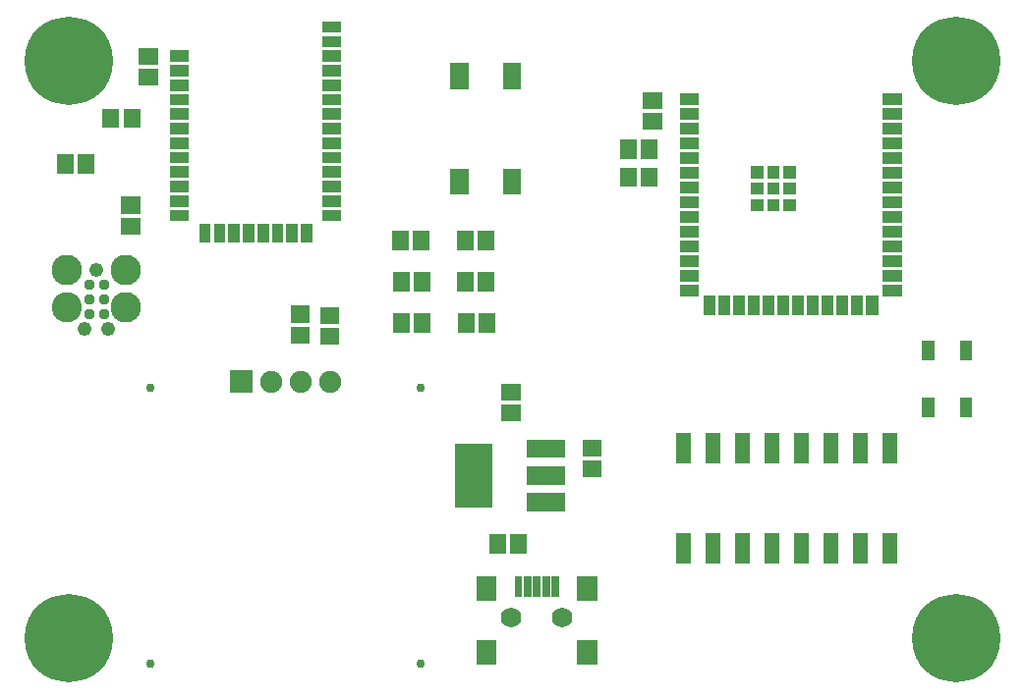
<source format=gbr>
G04 start of page 7 for group -4063 idx -4063 *
G04 Title: (unknown), componentmask *
G04 Creator: pcb 4.0.2 *
G04 CreationDate: Sat May 14 18:06:43 2022 UTC *
G04 For: railfan *
G04 Format: Gerber/RS-274X *
G04 PCB-Dimensions (mil): 3350.00 2300.00 *
G04 PCB-Coordinate-Origin: lower left *
%MOIN*%
%FSLAX25Y25*%
%LNTOPMASK*%
%ADD61C,0.0370*%
%ADD60C,0.0490*%
%ADD59C,0.1025*%
%ADD58C,0.2997*%
%ADD57C,0.0693*%
%ADD56C,0.0750*%
%ADD55C,0.0001*%
%ADD54C,0.1035*%
%ADD53C,0.0299*%
G54D53*X44732Y8445D03*
G54D54*X36500Y142000D03*
Y129500D03*
G54D55*G36*
X71848Y107864D02*Y100364D01*
X79348D01*
Y107864D01*
X71848D01*
G37*
G54D56*X85598Y104114D03*
X95598D03*
X105598D03*
G54D53*X44732Y102146D03*
X136465D03*
Y8445D03*
G54D57*X167177Y24000D03*
X184500D03*
G54D58*X318000Y17000D03*
Y213000D03*
X17000D03*
G54D59*X16500Y129500D03*
G54D54*Y142000D03*
G54D60*X26500D03*
X30500Y122000D03*
X22500D03*
G54D58*X17000Y17000D03*
G54D55*G36*
X191248Y84402D02*Y78684D01*
X197752D01*
Y84402D01*
X191248D01*
G37*
G36*
Y77316D02*Y71598D01*
X197752D01*
Y77316D01*
X191248D01*
G37*
G36*
X228000Y52650D02*X223000D01*
Y42450D01*
X228000D01*
Y52650D01*
G37*
G36*
Y86550D02*X223000D01*
Y76350D01*
X228000D01*
Y86550D01*
G37*
G36*
X238000Y52650D02*X233000D01*
Y42450D01*
X238000D01*
Y52650D01*
G37*
G36*
Y86550D02*X233000D01*
Y76350D01*
X238000D01*
Y86550D01*
G37*
G36*
X248000Y52650D02*X243000D01*
Y42450D01*
X248000D01*
Y52650D01*
G37*
G36*
Y86550D02*X243000D01*
Y76350D01*
X248000D01*
Y86550D01*
G37*
G36*
X258000Y52650D02*X253000D01*
Y42450D01*
X258000D01*
Y52650D01*
G37*
G36*
Y86550D02*X253000D01*
Y76350D01*
X258000D01*
Y86550D01*
G37*
G36*
X268000D02*X263000D01*
Y76350D01*
X268000D01*
Y86550D01*
G37*
G36*
X278000D02*X273000D01*
Y76350D01*
X278000D01*
Y86550D01*
G37*
G36*
X288000D02*X283000D01*
Y76350D01*
X288000D01*
Y86550D01*
G37*
G36*
X298000D02*X293000D01*
Y76350D01*
X298000D01*
Y86550D01*
G37*
G36*
X268000Y52650D02*X263000D01*
Y42450D01*
X268000D01*
Y52650D01*
G37*
G36*
X278000D02*X273000D01*
Y42450D01*
X278000D01*
Y52650D01*
G37*
G36*
X288000D02*X283000D01*
Y42450D01*
X288000D01*
Y52650D01*
G37*
G36*
X298000D02*X293000D01*
Y42450D01*
X298000D01*
Y52650D01*
G37*
G36*
X172402Y52252D02*X166684D01*
Y45748D01*
X172402D01*
Y52252D01*
G37*
G36*
X165316D02*X159598D01*
Y45748D01*
X165316D01*
Y52252D01*
G37*
G36*
X177123Y38080D02*X174554D01*
Y31180D01*
X177123D01*
Y38080D01*
G37*
G36*
Y37095D02*X174554D01*
Y32361D01*
X177123D01*
Y37095D01*
G37*
G36*
X170824Y38080D02*X168255D01*
Y31180D01*
X170824D01*
Y38080D01*
G37*
G36*
Y37095D02*X168255D01*
Y32361D01*
X170824D01*
Y37095D01*
G37*
G36*
X173973Y38080D02*X171405D01*
Y31180D01*
X173973D01*
Y38080D01*
G37*
G36*
Y37095D02*X171405D01*
Y32361D01*
X173973D01*
Y37095D01*
G37*
G36*
X162162Y38080D02*X155263D01*
Y29606D01*
X162162D01*
Y38080D01*
G37*
G36*
X172500Y66300D02*Y60100D01*
X185300D01*
Y66300D01*
X172500D01*
G37*
G36*
Y75300D02*Y69100D01*
X185300D01*
Y75300D01*
X172500D01*
G37*
G36*
X160900Y83100D02*X148100D01*
Y61300D01*
X160900D01*
Y83100D01*
G37*
G36*
X172500Y84400D02*Y78200D01*
X185300D01*
Y84400D01*
X172500D01*
G37*
G36*
X180272Y38080D02*X177704D01*
Y31180D01*
X180272D01*
Y38080D01*
G37*
G36*
Y37095D02*X177704D01*
Y32361D01*
X180272D01*
Y37095D01*
G37*
G36*
X183422Y38080D02*X180854D01*
Y31180D01*
X183422D01*
Y38080D01*
G37*
G36*
Y37095D02*X180854D01*
Y32361D01*
X183422D01*
Y37095D01*
G37*
G36*
X162162Y16426D02*X155263D01*
Y7952D01*
X162162D01*
Y16426D01*
G37*
G36*
X196414D02*X189515D01*
Y7952D01*
X196414D01*
Y16426D01*
G37*
G36*
Y38080D02*X189515D01*
Y29606D01*
X196414D01*
Y38080D01*
G37*
G36*
X224298Y162083D02*Y157940D01*
X230804D01*
Y162083D01*
X224298D01*
G37*
G36*
Y157083D02*Y152940D01*
X230804D01*
Y157083D01*
X224298D01*
G37*
G36*
Y152083D02*Y147940D01*
X230804D01*
Y152083D01*
X224298D01*
G37*
G36*
Y147083D02*Y142940D01*
X230804D01*
Y147083D01*
X224298D01*
G37*
G36*
Y142083D02*Y137940D01*
X230804D01*
Y142083D01*
X224298D01*
G37*
G36*
Y137083D02*Y132940D01*
X230804D01*
Y137083D01*
X224298D01*
G37*
G36*
X236552Y133343D02*X232409D01*
Y126838D01*
X236552D01*
Y133343D01*
G37*
G36*
X241552D02*X237409D01*
Y126838D01*
X241552D01*
Y133343D01*
G37*
G36*
X246552D02*X242409D01*
Y126838D01*
X246552D01*
Y133343D01*
G37*
G36*
X254023Y177202D02*Y173058D01*
X258166D01*
Y177202D01*
X254023D01*
G37*
G36*
X248511D02*Y173058D01*
X252654D01*
Y177202D01*
X248511D01*
G37*
G36*
X254023Y171690D02*Y167546D01*
X258166D01*
Y171690D01*
X254023D01*
G37*
G36*
X248511D02*Y167546D01*
X252654D01*
Y171690D01*
X248511D01*
G37*
G36*
X254023Y166178D02*Y162035D01*
X258166D01*
Y166178D01*
X254023D01*
G37*
G36*
X248511D02*Y162035D01*
X252654D01*
Y166178D01*
X248511D01*
G37*
G36*
X259535Y177202D02*Y173058D01*
X263678D01*
Y177202D01*
X259535D01*
G37*
G36*
Y171690D02*Y167546D01*
X263678D01*
Y171690D01*
X259535D01*
G37*
G36*
Y166178D02*Y162035D01*
X263678D01*
Y166178D01*
X259535D01*
G37*
G36*
X224298Y187083D02*Y182940D01*
X230804D01*
Y187083D01*
X224298D01*
G37*
G36*
Y182083D02*Y177940D01*
X230804D01*
Y182083D01*
X224298D01*
G37*
G36*
Y177083D02*Y172940D01*
X230804D01*
Y177083D01*
X224298D01*
G37*
G36*
Y172083D02*Y167940D01*
X230804D01*
Y172083D01*
X224298D01*
G37*
G36*
Y202083D02*Y197940D01*
X230804D01*
Y202083D01*
X224298D01*
G37*
G36*
Y197083D02*Y192940D01*
X230804D01*
Y197083D01*
X224298D01*
G37*
G36*
Y192083D02*Y187940D01*
X230804D01*
Y192083D01*
X224298D01*
G37*
G36*
Y167083D02*Y162940D01*
X230804D01*
Y167083D01*
X224298D01*
G37*
G36*
X216859Y176752D02*X211141D01*
Y170248D01*
X216859D01*
Y176752D01*
G37*
G36*
Y186252D02*X211141D01*
Y179748D01*
X216859D01*
Y186252D01*
G37*
G36*
X209773D02*X204055D01*
Y179748D01*
X209773D01*
Y186252D01*
G37*
G36*
X211748Y195316D02*Y189598D01*
X218252D01*
Y195316D01*
X211748D01*
G37*
G36*
Y202402D02*Y196684D01*
X218252D01*
Y202402D01*
X211748D01*
G37*
G36*
X170450Y176500D02*X164350D01*
Y167600D01*
X170450D01*
Y176500D01*
G37*
G36*
X152650D02*X146550D01*
Y167600D01*
X152650D01*
Y176500D01*
G37*
G36*
X139402Y155252D02*X133684D01*
Y148748D01*
X139402D01*
Y155252D01*
G37*
G36*
X161402D02*X155684D01*
Y148748D01*
X161402D01*
Y155252D01*
G37*
G36*
X154316D02*X148598D01*
Y148748D01*
X154316D01*
Y155252D01*
G37*
G36*
X251552Y133343D02*X247409D01*
Y126838D01*
X251552D01*
Y133343D01*
G37*
G36*
X256552D02*X252409D01*
Y126838D01*
X256552D01*
Y133343D01*
G37*
G36*
X261552D02*X257409D01*
Y126838D01*
X261552D01*
Y133343D01*
G37*
G36*
X266552D02*X262409D01*
Y126838D01*
X266552D01*
Y133343D01*
G37*
G36*
X271552D02*X267409D01*
Y126838D01*
X271552D01*
Y133343D01*
G37*
G36*
X276552D02*X272409D01*
Y126838D01*
X276552D01*
Y133343D01*
G37*
G36*
X281552D02*X277409D01*
Y126838D01*
X281552D01*
Y133343D01*
G37*
G36*
X286552D02*X282409D01*
Y126838D01*
X286552D01*
Y133343D01*
G37*
G36*
X291591D02*X287448D01*
Y126838D01*
X291591D01*
Y133343D01*
G37*
G36*
X293196Y202083D02*Y197940D01*
X299702D01*
Y202083D01*
X293196D01*
G37*
G36*
Y197083D02*Y192940D01*
X299702D01*
Y197083D01*
X293196D01*
G37*
G36*
Y192083D02*Y187940D01*
X299702D01*
Y192083D01*
X293196D01*
G37*
G36*
Y187083D02*Y182940D01*
X299702D01*
Y187083D01*
X293196D01*
G37*
G36*
Y182083D02*Y177940D01*
X299702D01*
Y182083D01*
X293196D01*
G37*
G36*
Y177083D02*Y172940D01*
X299702D01*
Y177083D01*
X293196D01*
G37*
G36*
Y172083D02*Y167940D01*
X299702D01*
Y172083D01*
X293196D01*
G37*
G36*
Y167083D02*Y162940D01*
X299702D01*
Y167083D01*
X293196D01*
G37*
G36*
Y162083D02*Y157940D01*
X299702D01*
Y162083D01*
X293196D01*
G37*
G36*
Y157083D02*Y152940D01*
X299702D01*
Y157083D01*
X293196D01*
G37*
G36*
Y152083D02*Y147940D01*
X299702D01*
Y152083D01*
X293196D01*
G37*
G36*
Y147083D02*Y142940D01*
X299702D01*
Y147083D01*
X293196D01*
G37*
G36*
Y142083D02*Y137940D01*
X299702D01*
Y142083D01*
X293196D01*
G37*
G36*
Y137083D02*Y132940D01*
X299702D01*
Y137083D01*
X293196D01*
G37*
G36*
X310576Y98607D02*X306432D01*
Y92102D01*
X310576D01*
Y98607D01*
G37*
G36*
X323568D02*X319424D01*
Y92102D01*
X323568D01*
Y98607D01*
G37*
G36*
X310576Y117898D02*X306432D01*
Y111393D01*
X310576D01*
Y117898D01*
G37*
G36*
X323568D02*X319424D01*
Y111393D01*
X323568D01*
Y117898D01*
G37*
G36*
X139902Y127252D02*X134184D01*
Y120748D01*
X139902D01*
Y127252D01*
G37*
G36*
X161902D02*X156184D01*
Y120748D01*
X161902D01*
Y127252D01*
G37*
G36*
X154816D02*X149098D01*
Y120748D01*
X154816D01*
Y127252D01*
G37*
G36*
X161402Y141252D02*X155684D01*
Y134748D01*
X161402D01*
Y141252D01*
G37*
G36*
X154316D02*X148598D01*
Y134748D01*
X154316D01*
Y141252D01*
G37*
G36*
X132816Y127252D02*X127098D01*
Y120748D01*
X132816D01*
Y127252D01*
G37*
G36*
X139902Y141252D02*X134184D01*
Y134748D01*
X139902D01*
Y141252D01*
G37*
G36*
X132816D02*X127098D01*
Y134748D01*
X132816D01*
Y141252D01*
G37*
G36*
X163812Y96309D02*Y90591D01*
X170316D01*
Y96309D01*
X163812D01*
G37*
G36*
Y103395D02*Y97677D01*
X170316D01*
Y103395D01*
X163812D01*
G37*
G36*
X209773Y176752D02*X204055D01*
Y170248D01*
X209773D01*
Y176752D01*
G37*
G36*
X25902Y181252D02*X20184D01*
Y174748D01*
X25902D01*
Y181252D01*
G37*
G36*
X18816D02*X13098D01*
Y174748D01*
X18816D01*
Y181252D01*
G37*
G36*
X51550Y177226D02*Y173326D01*
X57852D01*
Y177226D01*
X51550D01*
G37*
G36*
X103148D02*Y173326D01*
X109450D01*
Y177226D01*
X103148D01*
G37*
G54D61*X24000Y137000D03*
X29000D03*
X24000Y132000D03*
Y127000D03*
X29000Y132000D03*
Y127000D03*
G54D55*G36*
X41316Y196752D02*X35598D01*
Y190248D01*
X41316D01*
Y196752D01*
G37*
G36*
X34230D02*X28512D01*
Y190248D01*
X34230D01*
Y196752D01*
G37*
G36*
X40748Y210316D02*Y204598D01*
X47252D01*
Y210316D01*
X40748D01*
G37*
G36*
Y217402D02*Y211684D01*
X47252D01*
Y217402D01*
X40748D01*
G37*
G36*
X51550Y216596D02*Y212696D01*
X57852D01*
Y216596D01*
X51550D01*
G37*
G36*
Y211674D02*Y207774D01*
X57852D01*
Y211674D01*
X51550D01*
G37*
G36*
Y206753D02*Y202853D01*
X57852D01*
Y206753D01*
X51550D01*
G37*
G36*
Y201832D02*Y197932D01*
X57852D01*
Y201832D01*
X51550D01*
G37*
G36*
Y196911D02*Y193011D01*
X57852D01*
Y196911D01*
X51550D01*
G37*
G36*
Y191989D02*Y188089D01*
X57852D01*
Y191989D01*
X51550D01*
G37*
G36*
X170450Y212400D02*X164350D01*
Y203500D01*
X170450D01*
Y212400D01*
G37*
G36*
X152650D02*X146550D01*
Y203500D01*
X152650D01*
Y212400D01*
G37*
G36*
X51550Y187068D02*Y183168D01*
X57852D01*
Y187068D01*
X51550D01*
G37*
G36*
Y182147D02*Y178247D01*
X57852D01*
Y182147D01*
X51550D01*
G37*
G36*
Y172304D02*Y168404D01*
X57852D01*
Y172304D01*
X51550D01*
G37*
G36*
Y167383D02*Y163483D01*
X57852D01*
Y167383D01*
X51550D01*
G37*
G36*
Y162462D02*Y158562D01*
X57852D01*
Y162462D01*
X51550D01*
G37*
G36*
X65226Y157600D02*X61326D01*
Y151302D01*
X65226D01*
Y157600D01*
G37*
G36*
X70147D02*X66247D01*
Y151302D01*
X70147D01*
Y157600D01*
G37*
G36*
X75068D02*X71168D01*
Y151302D01*
X75068D01*
Y157600D01*
G37*
G36*
X79989D02*X76089D01*
Y151302D01*
X79989D01*
Y157600D01*
G37*
G36*
X84911D02*X81011D01*
Y151302D01*
X84911D01*
Y157600D01*
G37*
G36*
X89832D02*X85932D01*
Y151302D01*
X89832D01*
Y157600D01*
G37*
G36*
X94753D02*X90853D01*
Y151302D01*
X94753D01*
Y157600D01*
G37*
G36*
X99674D02*X95774D01*
Y151302D01*
X99674D01*
Y157600D01*
G37*
G36*
X34748Y159816D02*Y154098D01*
X41252D01*
Y159816D01*
X34748D01*
G37*
G36*
Y166902D02*Y161184D01*
X41252D01*
Y166902D01*
X34748D01*
G37*
G36*
X132316Y155252D02*X126598D01*
Y148748D01*
X132316D01*
Y155252D01*
G37*
G36*
X103148Y162462D02*Y158562D01*
X109450D01*
Y162462D01*
X103148D01*
G37*
G36*
Y167383D02*Y163483D01*
X109450D01*
Y167383D01*
X103148D01*
G37*
G36*
Y172304D02*Y168404D01*
X109450D01*
Y172304D01*
X103148D01*
G37*
G36*
Y182147D02*Y178247D01*
X109450D01*
Y182147D01*
X103148D01*
G37*
G36*
Y187068D02*Y183168D01*
X109450D01*
Y187068D01*
X103148D01*
G37*
G36*
Y191989D02*Y188089D01*
X109450D01*
Y191989D01*
X103148D01*
G37*
G36*
Y196911D02*Y193011D01*
X109450D01*
Y196911D01*
X103148D01*
G37*
G36*
Y201832D02*Y197932D01*
X109450D01*
Y201832D01*
X103148D01*
G37*
G36*
Y206753D02*Y202853D01*
X109450D01*
Y206753D01*
X103148D01*
G37*
G36*
Y211674D02*Y207774D01*
X109450D01*
Y211674D01*
X103148D01*
G37*
G36*
Y216596D02*Y212696D01*
X109450D01*
Y216596D01*
X103148D01*
G37*
G36*
Y221517D02*Y217617D01*
X109450D01*
Y221517D01*
X103148D01*
G37*
G36*
Y226438D02*Y222538D01*
X109450D01*
Y226438D01*
X103148D01*
G37*
G36*
X102248Y122316D02*Y116598D01*
X108752D01*
Y122316D01*
X102248D01*
G37*
G36*
Y129402D02*Y123684D01*
X108752D01*
Y129402D01*
X102248D01*
G37*
G36*
X92248Y122816D02*Y117098D01*
X98752D01*
Y122816D01*
X92248D01*
G37*
G36*
Y129902D02*Y124184D01*
X98752D01*
Y129902D01*
X92248D01*
G37*
M02*

</source>
